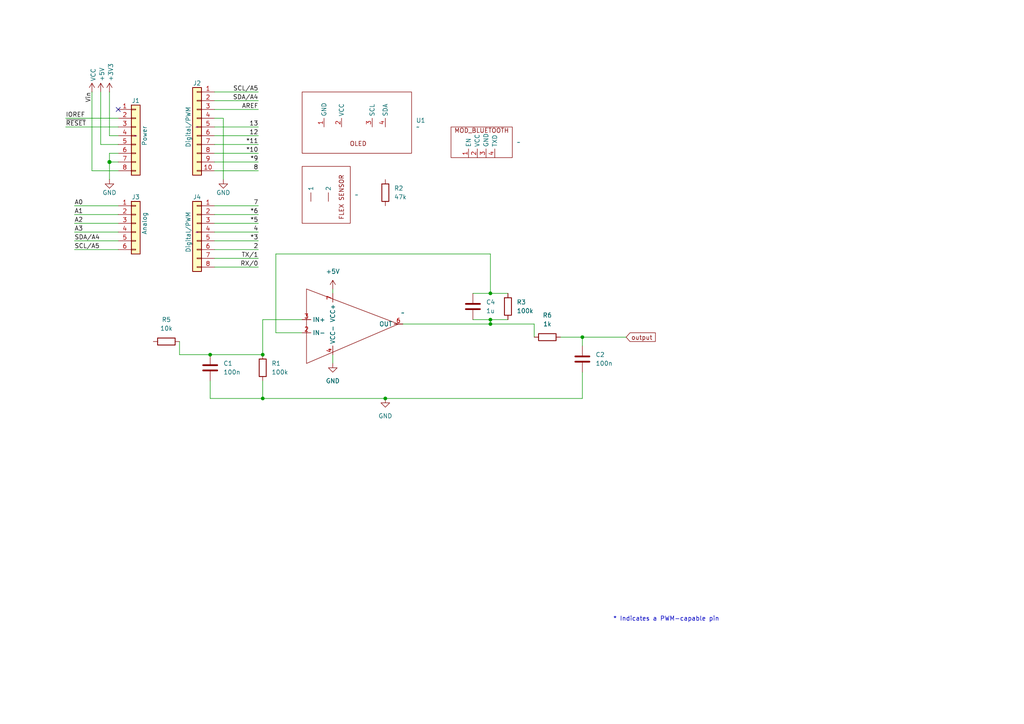
<source format=kicad_sch>
(kicad_sch (version 20250114) (generator "eeschema") (generator_version "9.0")
  (paper "A4")
  (title_block (date "mar. 31 mars 2015"))
  (lib_symbols
    (symbol "AO_LTC1050_1"
      (symbol "AO_LTC1050_1_0_1"
        (polyline (pts (xy 0 10.16) (xy 0 -11.43) (xy 26.67 0) (xy 0 10.16)))
      )
      (symbol "AO_LTC1050_1_1_1"
        (pin input line (at -1.27 1.27 0) (length 2.54) (name "IN+") (number "3"))
        (pin input line (at -1.27 -2.54 0) (length 2.54) (name "IN-") (number "2"))
        (pin input line (at 7.62 8.89 270) (length 2.54) (name "VCC+") (number "7"))
        (pin input line (at 7.62 -8.89 90) (length 2.54) (name "VCC-") (number "4"))
        (pin output line (at 27.94 0 180) (length 2.54) (name "OUT") (number "6"))
      )
    )
    (symbol "Connector_Generic:Conn_01x06" (pin_names (offset 1.016) (hide yes))
      (property "Reference" "J" (at 0 7.62 0))
      (property "Value" "Conn_01x06" (at 0 -10.16 0))
      (symbol "Conn_01x06_1_1"
        (rectangle (start -1.27 6.35) (end 1.27 -8.89) (stroke (width 0.254)) (fill (type background)))
        (rectangle (start -1.27 5.207) (end 0 4.953) (stroke (width 0.1524)))
        (rectangle (start -1.27 2.667) (end 0 2.413) (stroke (width 0.1524)))
        (rectangle (start -1.27 0.127) (end 0 -0.127) (stroke (width 0.1524)))
        (rectangle (start -1.27 -2.413) (end 0 -2.667) (stroke (width 0.1524)))
        (rectangle (start -1.27 -4.953) (end 0 -5.207) (stroke (width 0.1524)))
        (rectangle (start -1.27 -7.493) (end 0 -7.747) (stroke (width 0.1524)))
        (pin passive line (at -5.08 5.08 0) (length 3.81) (name "Pin_1") (number "1"))
        (pin passive line (at -5.08 2.54 0) (length 3.81) (name "Pin_2") (number "2"))
        (pin passive line (at -5.08 0 0) (length 3.81) (name "Pin_3") (number "3"))
        (pin passive line (at -5.08 -2.54 0) (length 3.81) (name "Pin_4") (number "4"))
        (pin passive line (at -5.08 -5.08 0) (length 3.81) (name "Pin_5") (number "5"))
        (pin passive line (at -5.08 -7.62 0) (length 3.81) (name "Pin_6") (number "6"))
      )
    )
    (symbol "Connector_Generic:Conn_01x08" (pin_names (offset 1.016) (hide yes))
      (property "Reference" "J" (at 0 10.16 0))
      (property "Value" "Conn_01x08" (at 0 -12.7 0))
      (symbol "Conn_01x08_1_1"
        (rectangle (start -1.27 8.89) (end 1.27 -11.43) (stroke (width 0.254)) (fill (type background)))
        (rectangle (start -1.27 7.747) (end 0 7.493) (stroke (width 0.1524)))
        (rectangle (start -1.27 5.207) (end 0 4.953) (stroke (width 0.1524)))
        (rectangle (start -1.27 2.667) (end 0 2.413) (stroke (width 0.1524)))
        (rectangle (start -1.27 0.127) (end 0 -0.127) (stroke (width 0.1524)))
        (rectangle (start -1.27 -2.413) (end 0 -2.667) (stroke (width 0.1524)))
        (rectangle (start -1.27 -4.953) (end 0 -5.207) (stroke (width 0.1524)))
        (rectangle (start -1.27 -7.493) (end 0 -7.747) (stroke (width 0.1524)))
        (rectangle (start -1.27 -10.033) (end 0 -10.287) (stroke (width 0.1524)))
        (pin passive line (at -5.08 7.62 0) (length 3.81) (name "Pin_1") (number "1"))
        (pin passive line (at -5.08 5.08 0) (length 3.81) (name "Pin_2") (number "2"))
        (pin passive line (at -5.08 2.54 0) (length 3.81) (name "Pin_3") (number "3"))
        (pin passive line (at -5.08 0 0) (length 3.81) (name "Pin_4") (number "4"))
        (pin passive line (at -5.08 -2.54 0) (length 3.81) (name "Pin_5") (number "5"))
        (pin passive line (at -5.08 -5.08 0) (length 3.81) (name "Pin_6") (number "6"))
        (pin passive line (at -5.08 -7.62 0) (length 3.81) (name "Pin_7") (number "7"))
        (pin passive line (at -5.08 -10.16 0) (length 3.81) (name "Pin_8") (number "8"))
      )
    )
    (symbol "Connector_Generic:Conn_01x10" (pin_names (offset 1.016) (hide yes))
      (property "Reference" "J" (at 0 12.7 0))
      (property "Value" "Conn_01x10" (at 0 -15.24 0))
      (symbol "Conn_01x10_1_1"
        (rectangle (start -1.27 11.43) (end 1.27 -13.97) (stroke (width 0.254)) (fill (type background)))
        (rectangle (start -1.27 10.287) (end 0 10.033) (stroke (width 0.1524)))
        (rectangle (start -1.27 7.747) (end 0 7.493) (stroke (width 0.1524)))
        (rectangle (start -1.27 5.207) (end 0 4.953) (stroke (width 0.1524)))
        (rectangle (start -1.27 2.667) (end 0 2.413) (stroke (width 0.1524)))
        (rectangle (start -1.27 0.127) (end 0 -0.127) (stroke (width 0.1524)))
        (rectangle (start -1.27 -2.413) (end 0 -2.667) (stroke (width 0.1524)))
        (rectangle (start -1.27 -4.953) (end 0 -5.207) (stroke (width 0.1524)))
        (rectangle (start -1.27 -7.493) (end 0 -7.747) (stroke (width 0.1524)))
        (rectangle (start -1.27 -10.033) (end 0 -10.287) (stroke (width 0.1524)))
        (rectangle (start -1.27 -12.573) (end 0 -12.827) (stroke (width 0.1524)))
        (pin passive line (at -5.08 10.16 0) (length 3.81) (name "Pin_1") (number "1"))
        (pin passive line (at -5.08 7.62 0) (length 3.81) (name "Pin_2") (number "2"))
        (pin passive line (at -5.08 5.08 0) (length 3.81) (name "Pin_3") (number "3"))
        (pin passive line (at -5.08 2.54 0) (length 3.81) (name "Pin_4") (number "4"))
        (pin passive line (at -5.08 0 0) (length 3.81) (name "Pin_5") (number "5"))
        (pin passive line (at -5.08 -2.54 0) (length 3.81) (name "Pin_6") (number "6"))
        (pin passive line (at -5.08 -5.08 0) (length 3.81) (name "Pin_7") (number "7"))
        (pin passive line (at -5.08 -7.62 0) (length 3.81) (name "Pin_8") (number "8"))
        (pin passive line (at -5.08 -10.16 0) (length 3.81) (name "Pin_9") (number "9"))
        (pin passive line (at -5.08 -12.7 0) (length 3.81) (name "Pin_10") (number "10"))
      )
    )
    (symbol "Device:C" (pin_numbers (hide yes)) (pin_names (offset 0.254))
      (property "Reference" "C" (at 0.635 2.54 0))
      (property "Value" "C" (at 0.635 -2.54 0))
      (symbol "C_0_1"
        (polyline (pts (xy -2.032 0.762) (xy 2.032 0.762)) (stroke (width 0.508)))
        (polyline (pts (xy -2.032 -0.762) (xy 2.032 -0.762)) (stroke (width 0.508)))
      )
      (symbol "C_1_1"
        (pin passive line (at 0 3.81 270) (length 2.794) (name "~") (number "1"))
        (pin passive line (at 0 -3.81 90) (length 2.794) (name "~") (number "2"))
      )
    )
    (symbol "Device:R" (pin_numbers (hide yes)) (pin_names (offset 0))
      (property "Reference" "R" (at 2.032 0 90))
      (property "Value" "R" (at 0 0 90))
      (symbol "R_0_1"
        (rectangle (start -1.016 -2.54) (end 1.016 2.54) (stroke (width 0.254)))
      )
      (symbol "R_1_1"
        (pin passive line (at 0 3.81 270) (length 1.27) (name "~") (number "1"))
        (pin passive line (at 0 -3.81 90) (length 1.27) (name "~") (number "2"))
      )
    )
    (symbol "FLEX_SENSOR_1"
      (symbol "FLEX_SENSOR_1_0_1"
        (rectangle (start -6.35 10.16) (end 7.62 -6.35))
      )
      (symbol "FLEX_SENSOR_1_1_1"
        (text "FLEX SENSOR" (at 5.08 1.27 900) (effects (font (size 1.27 1.27))))
        (pin input line (at -3.81 0 90) (length 2.54) (name "1") (number ""))
        (pin input line (at 1.27 0 90) (length 2.54) (name "2") (number ""))
      )
    )
    (symbol "librairie symboles:MOD_BLUETOOTH"
      (symbol "MOD_BLUETOOTH_0_1"
        (rectangle (start -7.62 8.89) (end 10.16 0))
      )
      (symbol "MOD_BLUETOOTH_1_1"
        (text "MOD_BLUETOOTH" (at 1.27 7.874 0) (effects (font (size 1.27 1.27))))
        (pin input line (at -2.54 0 90) (length 2.54) (name "EN") (number "1"))
        (pin input line (at 0 0 90) (length 2.54) (name "VCC") (number "2"))
        (pin input line (at 2.54 0 90) (length 2.54) (name "GND") (number "3"))
        (pin output line (at 5.08 0 90) (length 2.54) (name "TXD") (number "4"))
      )
    )
    (symbol "librairie symboles:OLED"
      (property "Reference" "U" (at 0 0 0))
      (symbol "OLED_0_1"
        (rectangle (start -16.51 10.16) (end 15.24 -7.62))
      )
      (symbol "OLED_1_1"
        (text "OLED" (at -0.254 -4.826 0) (effects (font (size 1.27 1.27))))
        (pin input line (at -10.16 0 90) (length 2.54) (name "GND") (number "1"))
        (pin input line (at -5.08 0 90) (length 2.54) (name "VCC") (number "2"))
        (pin input line (at 3.81 0 90) (length 2.54) (name "SCL") (number "3"))
        (pin input line (at 7.62 0 90) (length 2.54) (name "SDA") (number "4"))
      )
    )
    (symbol "power:+3V3" (power) (pin_numbers (hide yes)) (pin_names (offset 0) (hide yes))
      (property "Value" "+3V3" (at 0 3.556 0))
      (symbol "+3V3_0_1"
        (polyline (pts (xy -0.762 1.27) (xy 0 2.54)))
        (polyline (pts (xy 0 2.54) (xy 0.762 1.27)))
        (polyline (pts (xy 0 0) (xy 0 2.54)))
      )
      (symbol "+3V3_1_1"
        (pin power_in line (at 0 0 90) (length 0) (name "~") (number "1"))
      )
    )
    (symbol "power:+5V" (power) (pin_numbers (hide yes)) (pin_names (offset 0) (hide yes))
      (property "Value" "+5V" (at 0 3.556 0))
      (symbol "+5V_0_1"
        (polyline (pts (xy -0.762 1.27) (xy 0 2.54)))
        (polyline (pts (xy 0 2.54) (xy 0.762 1.27)))
        (polyline (pts (xy 0 0) (xy 0 2.54)))
      )
      (symbol "+5V_1_1"
        (pin power_in line (at 0 0 90) (length 0) (name "~") (number "1"))
      )
    )
    (symbol "power:GND" (power) (pin_numbers (hide yes)) (pin_names (offset 0) (hide yes))
      (property "Value" "GND" (at 0 -3.81 0))
      (symbol "GND_0_1"
        (polyline (pts (xy 0 0) (xy 0 -1.27) (xy 1.27 -1.27) (xy 0 -2.54) (xy -1.27 -1.27) (xy 0 -1.27)))
      )
      (symbol "GND_1_1"
        (pin power_in line (at 0 0 270) (length 0) (name "~") (number "1"))
      )
    )
    (symbol "power:VCC" (power) (pin_numbers (hide yes)) (pin_names (offset 0) (hide yes))
      (property "Value" "VCC" (at 0 3.556 0))
      (symbol "VCC_0_1"
        (polyline (pts (xy -0.762 1.27) (xy 0 2.54)))
        (polyline (pts (xy 0 2.54) (xy 0.762 1.27)))
        (polyline (pts (xy 0 0) (xy 0 2.54)))
      )
      (symbol "VCC_1_1"
        (pin power_in line (at 0 0 90) (length 0) (name "~") (number "1"))
      )
    )
  )
  (text "* Indicates a PWM-capable pin" (at 177.8 180.34 0) (effects (font (size 1.27 1.27)) (justify left bottom)))
  (junction (at 168.91 97.79))
  (junction (at 142.24 93.98))
  (junction (at 111.76 115.57))
  (junction (at 31.75 46.99) (diameter 1.016))
  (junction (at 76.2 102.87))
  (junction (at 142.24 92.71))
  (junction (at 142.24 85.09))
  (junction (at 60.96 102.87))
  (junction (at 76.2 115.57))
  (no_connect (at 34.29 31.75))
  (wire (pts (xy 62.23 77.47) (xy 74.93 77.47)))
  (wire (pts (xy 137.16 85.09) (xy 142.24 85.09)))
  (wire (pts (xy 168.91 97.79) (xy 168.91 100.33)))
  (wire (pts (xy 60.96 110.49) (xy 60.96 115.57)))
  (wire (pts (xy 76.2 102.87) (xy 76.2 92.71)))
  (wire (pts (xy 62.23 44.45) (xy 74.93 44.45)))
  (wire (pts (xy 62.23 26.67) (xy 74.93 26.67)))
  (wire (pts (xy 168.91 107.95) (xy 168.91 115.57)))
  (wire (pts (xy 31.75 44.45) (xy 31.75 46.99)))
  (wire (pts (xy 80.01 96.52) (xy 87.63 96.52)))
  (wire (pts (xy 21.59 72.39) (xy 34.29 72.39)))
  (wire (pts (xy 76.2 115.57) (xy 111.76 115.57)))
  (wire (pts (xy 31.75 46.99) (xy 31.75 52.07)))
  (wire (pts (xy 142.24 92.71) (xy 142.24 93.98)))
  (wire (pts (xy 31.75 39.37) (xy 34.29 39.37)))
  (wire (pts (xy 29.21 41.91) (xy 34.29 41.91)))
  (wire (pts (xy 29.21 26.67) (xy 29.21 41.91)))
  (wire (pts (xy 137.16 92.71) (xy 142.24 92.71)))
  (wire (pts (xy 62.23 36.83) (xy 74.93 36.83)))
  (wire (pts (xy 31.75 26.67) (xy 31.75 39.37)))
  (wire (pts (xy 62.23 59.69) (xy 74.93 59.69)))
  (wire (pts (xy 34.29 59.69) (xy 21.59 59.69)))
  (wire (pts (xy 62.23 39.37) (xy 74.93 39.37)))
  (wire (pts (xy 62.23 62.23) (xy 74.93 62.23)))
  (wire (pts (xy 142.24 92.71) (xy 147.32 92.71)))
  (wire (pts (xy 96.52 83.82) (xy 96.52 85.09)))
  (wire (pts (xy 80.01 73.66) (xy 80.01 96.52)))
  (wire (pts (xy 142.24 85.09) (xy 142.24 73.66)))
  (wire (pts (xy 62.23 46.99) (xy 74.93 46.99)))
  (wire (pts (xy 60.96 102.87) (xy 52.07 102.87)))
  (wire (pts (xy 62.23 67.31) (xy 74.93 67.31)))
  (wire (pts (xy 19.05 34.29) (xy 34.29 34.29)))
  (wire (pts (xy 76.2 110.49) (xy 76.2 115.57)))
  (wire (pts (xy 154.94 93.98) (xy 154.94 97.79)))
  (wire (pts (xy 64.77 34.29) (xy 64.77 52.07)))
  (wire (pts (xy 60.96 115.57) (xy 76.2 115.57)))
  (wire (pts (xy 62.23 31.75) (xy 74.93 31.75)))
  (wire (pts (xy 34.29 64.77) (xy 21.59 64.77)))
  (wire (pts (xy 19.05 36.83) (xy 34.29 36.83)))
  (wire (pts (xy 34.29 46.99) (xy 31.75 46.99)))
  (wire (pts (xy 168.91 97.79) (xy 181.61 97.79)))
  (wire (pts (xy 111.76 115.57) (xy 168.91 115.57)))
  (wire (pts (xy 34.29 49.53) (xy 26.67 49.53)))
  (wire (pts (xy 21.59 62.23) (xy 34.29 62.23)))
  (wire (pts (xy 142.24 93.98) (xy 154.94 93.98)))
  (wire (pts (xy 116.84 93.98) (xy 142.24 93.98)))
  (wire (pts (xy 62.23 34.29) (xy 64.77 34.29)))
  (wire (pts (xy 34.29 44.45) (xy 31.75 44.45)))
  (wire (pts (xy 62.23 41.91) (xy 74.93 41.91)))
  (wire (pts (xy 62.23 64.77) (xy 74.93 64.77)))
  (wire (pts (xy 21.59 67.31) (xy 34.29 67.31)))
  (wire (pts (xy 76.2 92.71) (xy 87.63 92.71)))
  (wire (pts (xy 96.52 105.41) (xy 96.52 102.87)))
  (wire (pts (xy 162.56 97.79) (xy 168.91 97.79)))
  (wire (pts (xy 62.23 29.21) (xy 74.93 29.21)))
  (wire (pts (xy 62.23 72.39) (xy 74.93 72.39)))
  (wire (pts (xy 62.23 69.85) (xy 74.93 69.85)))
  (wire (pts (xy 142.24 85.09) (xy 147.32 85.09)))
  (wire (pts (xy 60.96 102.87) (xy 76.2 102.87)))
  (wire (pts (xy 142.24 73.66) (xy 80.01 73.66)))
  (wire (pts (xy 52.07 102.87) (xy 52.07 99.06)))
  (wire (pts (xy 62.23 74.93) (xy 74.93 74.93)))
  (wire (pts (xy 26.67 49.53) (xy 26.67 26.67)))
  (wire (pts (xy 34.29 69.85) (xy 21.59 69.85)))
  (wire (pts (xy 62.23 49.53) (xy 74.93 49.53)))
  (label "RX{slash}0" (at 74.93 77.47 180))
  (label "A2" (at 21.59 64.77 0))
  (label "4" (at 74.93 67.31 180))
  (label "2" (at 74.93 72.39 180))
  (label "A3" (at 21.59 67.31 0))
  (label "13" (at 74.93 36.83 180))
  (label "12" (at 74.93 39.37 180))
  (label "~{RESET}" (at 19.05 36.83 0))
  (label "*10" (at 74.93 44.45 180))
  (label "7" (at 74.93 59.69 180))
  (label "SDA{slash}A4" (at 74.93 29.21 180))
  (label "8" (at 74.93 49.53 180))
  (label "*11" (at 74.93 41.91 180))
  (label "*3" (at 74.93 69.85 180))
  (label "A1" (at 21.59 62.23 0))
  (label "TX{slash}1" (at 74.93 74.93 180))
  (label "A0" (at 21.59 59.69 0))
  (label "AREF" (at 74.93 31.75 180))
  (label "Vin" (at 26.67 26.67 270))
  (label "*6" (at 74.93 62.23 180))
  (label "SCL{slash}A5" (at 74.93 26.67 180))
  (label "*9" (at 74.93 46.99 180))
  (label "*5" (at 74.93 64.77 180))
  (label "IOREF" (at 19.05 34.29 0))
  (label "SDA{slash}A4" (at 21.59 69.85 0))
  (label "SCL{slash}A5" (at 21.59 72.39 0))
  (global_label "output" (shape input) (at 181.61 97.79 0) (property "Intersheetrefs" "${INTERSHEET_REFS}" (effects (hide yes))))
  (symbol (lib_id "Connector_Generic:Conn_01x08") (at 39.37 39.37 0) (unit 1)
    (property "Reference" "J1" (at 39.37 29.21 0))
    (property "Value" "Power" (at 41.91 39.37 90))
    (property "Footprint" "Connector_PinSocket_2.54mm:PinSocket_1x08_P2.54mm_Vertical" (effects (hide yes)))
    (property "Datasheet" "~" (at 39.37 39.37 0))
    (property "Description" "Generic connector, single row, 01x08, script generated (kicad-library-utils/schlib/autogen/connector/)" (effects (hide yes)))
  )
  (symbol (lib_id "power:+3V3") (at 31.75 26.67 0) (unit 1)
    (property "Reference" "#PWR03" (effects (hide yes)))
    (property "Value" "+3V3" (at 32.131 23.622 90) (effects (justify left)))
    (property "Description" "Power symbol creates a global label with name \"+3V3\"" (effects (hide yes)))
  )
  (symbol (lib_id "power:+5V") (at 29.21 26.67 0) (unit 1)
    (property "Reference" "#PWR02" (effects (hide yes)))
    (property "Value" "+5V" (at 29.5656 23.622 90) (effects (justify left)))
    (property "Description" "Power symbol creates a global label with name \"+5V\"" (effects (hide yes)))
  )
  (symbol (lib_id "power:GND") (at 31.75 52.07 0) (unit 1)
    (property "Reference" "#PWR04" (effects (hide yes)))
    (property "Value" "GND" (at 31.75 55.88 0))
    (property "Description" "Power symbol creates a global label with name \"GND\" , ground" (effects (hide yes)))
  )
  (symbol (lib_id "Connector_Generic:Conn_01x10") (at 57.15 36.83 0) (mirror y) (unit 1)
    (property "Reference" "J2" (at 57.15 24.13 0))
    (property "Value" "Digital/PWM" (at 54.61 36.83 90))
    (property "Footprint" "Connector_PinSocket_2.54mm:PinSocket_1x10_P2.54mm_Vertical" (effects (hide yes)))
    (property "Datasheet" "~" (at 57.15 36.83 0))
    (property "Description" "Generic connector, single row, 01x10, script generated (kicad-library-utils/schlib/autogen/connector/)" (effects (hide yes)))
  )
  (symbol (lib_id "power:GND") (at 64.77 52.07 0) (unit 1)
    (property "Reference" "#PWR05" (effects (hide yes)))
    (property "Value" "GND" (at 64.77 55.88 0))
    (property "Description" "Power symbol creates a global label with name \"GND\" , ground" (effects (hide yes)))
  )
  (symbol (lib_id "Connector_Generic:Conn_01x06") (at 39.37 64.77 0) (unit 1)
    (property "Reference" "J3" (at 39.37 57.15 0))
    (property "Value" "Analog" (at 41.91 64.77 90))
    (property "Footprint" "Connector_PinSocket_2.54mm:PinSocket_1x06_P2.54mm_Vertical" (effects (hide yes)))
    (property "Description" "Generic connector, single row, 01x06, script generated (kicad-library-utils/schlib/autogen/connector/)" (effects (hide yes)))
  )
  (symbol (lib_id "Connector_Generic:Conn_01x08") (at 57.15 67.31 0) (mirror y) (unit 1)
    (property "Reference" "J4" (at 57.15 57.15 0))
    (property "Value" "Digital/PWM" (at 54.61 67.31 90))
    (property "Footprint" "Connector_PinSocket_2.54mm:PinSocket_1x08_P2.54mm_Vertical" (effects (hide yes)))
    (property "Datasheet" "~" (at 57.15 67.31 0))
    (property "Description" "Generic connector, single row, 01x08, script generated (kicad-library-utils/schlib/autogen/connector/)" (effects (hide yes)))
  )
  (symbol (lib_id "librairie symboles:MOD_BLUETOOTH") (at 138.43 45.72 0) (unit 1)
    (property "Reference" "U3" (effects (hide yes)))
    (property "Value" "~" (at 149.86 41.2722 0) (effects (justify left)))
    (property "Footprint" "librairie_empreintes:SIP-2" (effects (hide yes)))
  )
  (symbol (lib_id "power:GND") (at 111.76 115.57 0) (unit 1)
    (property "Reference" "#PWR08" (effects (hide yes)))
    (property "Value" "GND" (at 111.76 120.65 0))
    (property "Description" "Power symbol creates a global label with name \"GND\" , ground" (effects (hide yes)))
  )
  (symbol (lib_name "FLEX_SENSOR_1") (lib_id "librairie symboles:FLEX_SENSOR") (at 93.98 58.42 0) (unit 1)
    (property "Reference" "U5" (effects (hide yes)))
    (property "Value" "~" (at 102.87 56.515 0) (effects (justify left)))
    (property "Footprint" "librairie_empreintes:BLUETOOTH" (effects (hide yes)))
  )
  (symbol (lib_id "Device:C") (at 168.91 104.14 0) (unit 1)
    (property "Reference" "C2" (at 172.72 102.8699 0) (effects (justify left)))
    (property "Value" "100n" (at 172.72 105.4099 0) (effects (justify left)))
    (property "Footprint" "librairie_empreintes:C_Disc_D6.0mm_W2.5mm_P5.00mm" (effects (hide yes)))
    (property "Description" "Unpolarized capacitor" (effects (hide yes)))
  )
  (symbol (lib_id "power:VCC") (at 26.67 26.67 0) (unit 1)
    (property "Reference" "#PWR01" (effects (hide yes)))
    (property "Value" "VCC" (at 27.051 23.622 90) (effects (justify left)))
    (property "Description" "Power symbol creates a global label with name \"VCC\"" (effects (hide yes)))
  )
  (symbol (lib_id "Device:C") (at 60.96 106.68 0) (unit 1)
    (property "Reference" "C1" (at 64.77 105.4099 0) (effects (justify left)))
    (property "Value" "100n" (at 64.77 107.9499 0) (effects (justify left)))
    (property "Footprint" "librairie_empreintes:C_Disc_D6.0mm_W2.5mm_P5.00mm" (effects (hide yes)))
    (property "Description" "Unpolarized capacitor" (effects (hide yes)))
  )
  (symbol (lib_id "Device:R") (at 76.2 106.68 0) (unit 1)
    (property "Reference" "R1" (at 78.74 105.4099 0) (effects (justify left)))
    (property "Value" "100k" (at 78.74 107.9499 0) (effects (justify left)))
    (property "Footprint" "librairie_empreintes:R_Axial_DIN0207_L6.3mm_D2.5mm_P5.08mm_Vertical" (effects (hide yes)))
    (property "Description" "Resistor" (effects (hide yes)))
  )
  (symbol (lib_name "AO_LTC1050_1") (lib_id "librairie symboles:AO_LTC1050") (at 88.9 93.98 0) (unit 1)
    (property "Reference" "U4" (effects (hide yes)))
    (property "Value" "~" (at 116.84 90.7349 0))
    (property "Footprint" "librairie_empreintes:DIP-8_296" (effects (hide yes)))
  )
  (symbol (lib_id "Device:R") (at 111.76 55.88 0) (unit 1)
    (property "Reference" "R2" (at 114.3 54.6099 0) (effects (justify left)))
    (property "Value" "47k" (at 114.3 57.1499 0) (effects (justify left)))
    (property "Footprint" "librairie_empreintes:R_Axial_DIN0207_L6.3mm_D2.5mm_P5.08mm_Vertical" (effects (hide yes)))
    (property "Description" "Resistor" (effects (hide yes)))
  )
  (symbol (lib_id "Device:C") (at 137.16 88.9 0) (unit 1)
    (property "Reference" "C4" (at 140.97 87.6299 0) (effects (justify left)))
    (property "Value" "1u" (at 140.97 90.1699 0) (effects (justify left)))
    (property "Footprint" "librairie_empreintes:C_Disc_D6.0mm_W2.5mm_P5.00mm" (effects (hide yes)))
    (property "Description" "Unpolarized capacitor" (effects (hide yes)))
  )
  (symbol (lib_id "Device:R") (at 158.75 97.79 90) (unit 1)
    (property "Reference" "R6" (at 158.75 91.44 90))
    (property "Value" "1k" (at 158.75 93.98 90))
    (property "Footprint" "librairie_empreintes:R_Axial_DIN0207_L6.3mm_D2.5mm_P5.08mm_Vertical" (effects (hide yes)))
    (property "Description" "Resistor" (effects (hide yes)))
  )
  (symbol (lib_id "power:GND") (at 96.52 105.41 0) (unit 1)
    (property "Reference" "#PWR06" (effects (hide yes)))
    (property "Value" "GND" (at 96.52 110.49 0))
    (property "Description" "Power symbol creates a global label with name \"GND\" , ground" (effects (hide yes)))
  )
  (symbol (lib_id "Device:R") (at 147.32 88.9 0) (unit 1)
    (property "Reference" "R3" (at 149.86 87.6299 0) (effects (justify left)))
    (property "Value" "100k" (at 149.86 90.1699 0) (effects (justify left)))
    (property "Footprint" "librairie_empreintes:R_Axial_DIN0207_L6.3mm_D2.5mm_P5.08mm_Vertical" (effects (hide yes)))
    (property "Description" "Resistor" (effects (hide yes)))
  )
  (symbol (lib_id "librairie symboles:OLED") (at 104.14 36.83 0) (unit 1)
    (property "Reference" "U1" (at 120.65 34.9249 0) (effects (justify left)))
    (property "Value" "~" (at 120.65 36.83 0) (effects (justify left)))
    (property "Footprint" "librairie_empreintes:SIP-4" (effects (hide yes)))
  )
  (symbol (lib_id "Device:R") (at 48.26 99.06 90) (unit 1)
    (property "Reference" "R5" (at 48.26 92.71 90))
    (property "Value" "10k" (at 48.26 95.25 90))
    (property "Footprint" "librairie_empreintes:R_Axial_DIN0207_L6.3mm_D2.5mm_P5.08mm_Vertical" (effects (hide yes)))
    (property "Description" "Resistor" (effects (hide yes)))
  )
  (symbol (lib_id "power:+5V") (at 96.52 83.82 0) (unit 1)
    (property "Reference" "#PWR07" (effects (hide yes)))
    (property "Value" "+5V" (at 96.52 78.74 0))
    (property "Description" "Power symbol creates a global label with name \"+5V\"" (effects (hide yes)))
  )
)
</source>
